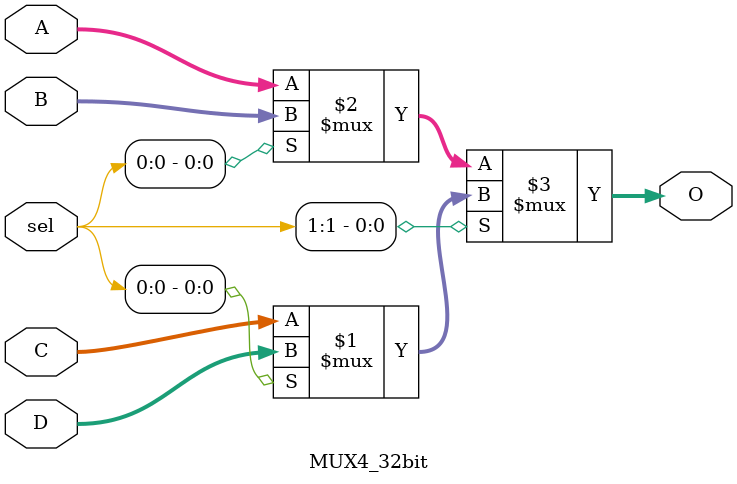
<source format=v>
`timescale 1ns / 1ps
module MUX4_32bit(
    input  [31:0] A,
    input  [31:0] B,
	 input  [31:0] C,
	 input  [31:0] D,
    input  [1:0]  sel,
    output [31:0] O
    );

assign O = (sel[1]) ? (sel[0] ? D:C):(sel[0] ? B:A);

endmodule

</source>
